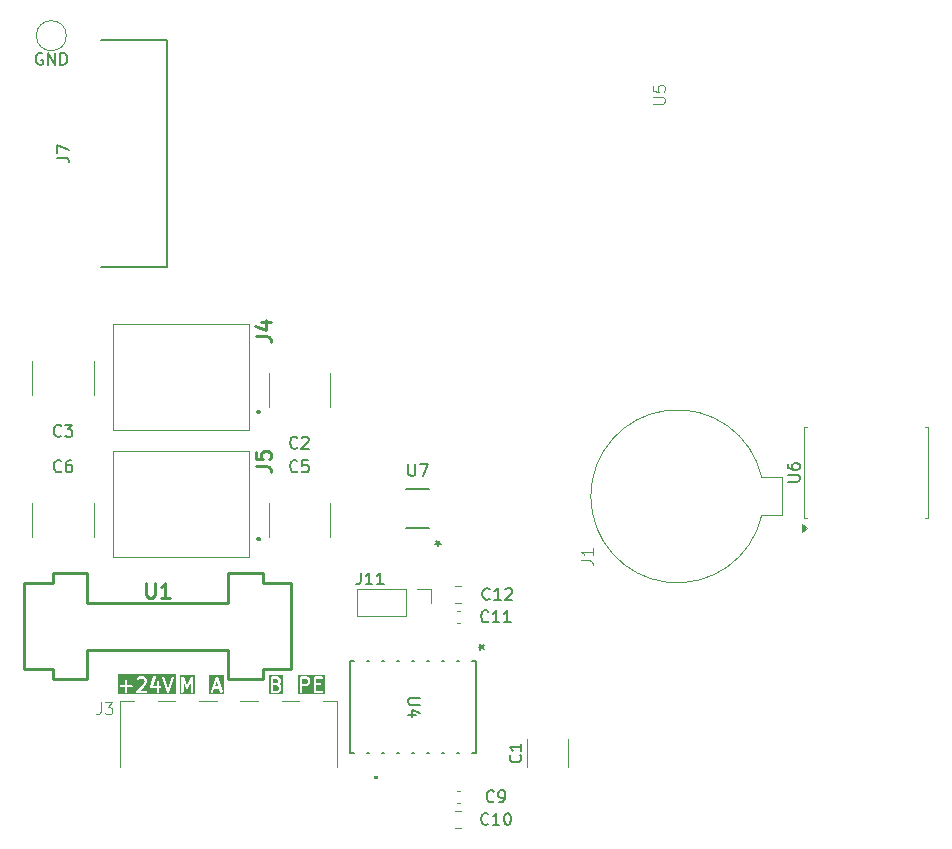
<source format=gbr>
%TF.GenerationSoftware,KiCad,Pcbnew,9.0.1*%
%TF.CreationDate,2025-05-24T14:12:46+03:00*%
%TF.ProjectId,PM-CPU_LLU,504d2d43-5055-45f4-9c4c-552e6b696361,rev?*%
%TF.SameCoordinates,Original*%
%TF.FileFunction,Legend,Top*%
%TF.FilePolarity,Positive*%
%FSLAX46Y46*%
G04 Gerber Fmt 4.6, Leading zero omitted, Abs format (unit mm)*
G04 Created by KiCad (PCBNEW 9.0.1) date 2025-05-24 14:12:46*
%MOMM*%
%LPD*%
G01*
G04 APERTURE LIST*
%ADD10C,0.200000*%
%ADD11C,0.150000*%
%ADD12C,0.100000*%
%ADD13C,0.254000*%
%ADD14C,0.152400*%
%ADD15C,0.120000*%
%ADD16C,0.000000*%
%ADD17C,0.300000*%
G04 APERTURE END LIST*
D10*
G36*
X-15344952Y-34484070D02*
G01*
X-15310758Y-34518263D01*
X-15271429Y-34596921D01*
X-15271429Y-34721134D01*
X-15310758Y-34799792D01*
X-15344952Y-34833985D01*
X-15423608Y-34873314D01*
X-15757143Y-34873314D01*
X-15757143Y-34444742D01*
X-15423608Y-34444742D01*
X-15344952Y-34484070D01*
G37*
G36*
X-13854303Y-35778075D02*
G01*
X-16090476Y-35778075D01*
X-16090476Y-34344742D01*
X-15957143Y-34344742D01*
X-15957143Y-35544742D01*
X-15955222Y-35564251D01*
X-15940290Y-35600299D01*
X-15912700Y-35627889D01*
X-15876652Y-35642821D01*
X-15837634Y-35642821D01*
X-15801586Y-35627889D01*
X-15773996Y-35600299D01*
X-15759064Y-35564251D01*
X-15757143Y-35544742D01*
X-15757143Y-35073314D01*
X-15400000Y-35073314D01*
X-15380491Y-35071393D01*
X-15377171Y-35070017D01*
X-15373587Y-35069763D01*
X-15355278Y-35062757D01*
X-15240993Y-35005613D01*
X-15232597Y-35000328D01*
X-15230158Y-34999318D01*
X-15227415Y-34997066D01*
X-15224403Y-34995171D01*
X-15222671Y-34993173D01*
X-15215004Y-34986882D01*
X-15157862Y-34929739D01*
X-15151570Y-34922072D01*
X-15149572Y-34920340D01*
X-15147679Y-34917331D01*
X-15145425Y-34914586D01*
X-15144415Y-34912145D01*
X-15139129Y-34903749D01*
X-15081986Y-34789463D01*
X-15074980Y-34771155D01*
X-15074726Y-34767571D01*
X-15073350Y-34764251D01*
X-15071429Y-34744742D01*
X-15071429Y-34573314D01*
X-15073350Y-34553805D01*
X-15074726Y-34550484D01*
X-15074980Y-34546901D01*
X-15081986Y-34528593D01*
X-15139129Y-34414307D01*
X-15144415Y-34405910D01*
X-15145425Y-34403470D01*
X-15147679Y-34400724D01*
X-15149572Y-34397716D01*
X-15151570Y-34395983D01*
X-15157862Y-34388317D01*
X-15201436Y-34344742D01*
X-14757143Y-34344742D01*
X-14757143Y-35544742D01*
X-14755222Y-35564251D01*
X-14740290Y-35600299D01*
X-14712700Y-35627889D01*
X-14676652Y-35642821D01*
X-14657143Y-35644742D01*
X-14085715Y-35644742D01*
X-14066206Y-35642821D01*
X-14030158Y-35627889D01*
X-14002568Y-35600299D01*
X-13987636Y-35564251D01*
X-13987636Y-35525233D01*
X-14002568Y-35489185D01*
X-14030158Y-35461595D01*
X-14066206Y-35446663D01*
X-14085715Y-35444742D01*
X-14557143Y-35444742D01*
X-14557143Y-35016171D01*
X-14257143Y-35016171D01*
X-14237634Y-35014250D01*
X-14201586Y-34999318D01*
X-14173996Y-34971728D01*
X-14159064Y-34935680D01*
X-14159064Y-34896662D01*
X-14173996Y-34860614D01*
X-14201586Y-34833024D01*
X-14237634Y-34818092D01*
X-14257143Y-34816171D01*
X-14557143Y-34816171D01*
X-14557143Y-34444742D01*
X-14085715Y-34444742D01*
X-14066206Y-34442821D01*
X-14030158Y-34427889D01*
X-14002568Y-34400299D01*
X-13987636Y-34364251D01*
X-13987636Y-34325233D01*
X-14002568Y-34289185D01*
X-14030158Y-34261595D01*
X-14066206Y-34246663D01*
X-14085715Y-34244742D01*
X-14657143Y-34244742D01*
X-14676652Y-34246663D01*
X-14712700Y-34261595D01*
X-14740290Y-34289185D01*
X-14755222Y-34325233D01*
X-14757143Y-34344742D01*
X-15201436Y-34344742D01*
X-15215004Y-34331174D01*
X-15222671Y-34324882D01*
X-15224403Y-34322885D01*
X-15227415Y-34320989D01*
X-15230158Y-34318738D01*
X-15232597Y-34317727D01*
X-15240993Y-34312443D01*
X-15355278Y-34255299D01*
X-15373587Y-34248293D01*
X-15377171Y-34248038D01*
X-15380491Y-34246663D01*
X-15400000Y-34244742D01*
X-15857143Y-34244742D01*
X-15876652Y-34246663D01*
X-15912700Y-34261595D01*
X-15940290Y-34289185D01*
X-15955222Y-34325233D01*
X-15957143Y-34344742D01*
X-16090476Y-34344742D01*
X-16090476Y-34111409D01*
X-13854303Y-34111409D01*
X-13854303Y-35778075D01*
G37*
G36*
X-22853028Y-35101885D02*
G01*
X-23146972Y-35101885D01*
X-23000000Y-34660969D01*
X-22853028Y-35101885D01*
G37*
G36*
X-22367452Y-35777290D02*
G01*
X-23632548Y-35777290D01*
X-23632548Y-35532235D01*
X-23499215Y-35532235D01*
X-23496449Y-35571155D01*
X-23478999Y-35606054D01*
X-23449523Y-35631619D01*
X-23412507Y-35643957D01*
X-23373587Y-35641191D01*
X-23338688Y-35623741D01*
X-23313123Y-35594265D01*
X-23305132Y-35576365D01*
X-23213639Y-35301885D01*
X-22786361Y-35301885D01*
X-22694868Y-35576365D01*
X-22686877Y-35594265D01*
X-22661312Y-35623741D01*
X-22626413Y-35641191D01*
X-22587493Y-35643957D01*
X-22550477Y-35631619D01*
X-22521001Y-35606053D01*
X-22503551Y-35571155D01*
X-22500785Y-35532234D01*
X-22505132Y-35513119D01*
X-22905132Y-34313119D01*
X-22913123Y-34295219D01*
X-22917808Y-34289818D01*
X-22921001Y-34283431D01*
X-22930471Y-34275217D01*
X-22938688Y-34265743D01*
X-22945078Y-34262548D01*
X-22950477Y-34257865D01*
X-22962375Y-34253899D01*
X-22973587Y-34248293D01*
X-22980715Y-34247786D01*
X-22987493Y-34245527D01*
X-23000000Y-34246415D01*
X-23012507Y-34245527D01*
X-23019286Y-34247786D01*
X-23026413Y-34248293D01*
X-23037626Y-34253899D01*
X-23049523Y-34257865D01*
X-23054923Y-34262548D01*
X-23061312Y-34265743D01*
X-23069528Y-34275214D01*
X-23078999Y-34283430D01*
X-23082194Y-34289819D01*
X-23086877Y-34295219D01*
X-23094868Y-34313119D01*
X-23494868Y-35513119D01*
X-23499215Y-35532235D01*
X-23632548Y-35532235D01*
X-23632548Y-34112194D01*
X-22367452Y-34112194D01*
X-22367452Y-35777290D01*
G37*
X-37761905Y18500162D02*
X-37857143Y18547781D01*
X-37857143Y18547781D02*
X-38000000Y18547781D01*
X-38000000Y18547781D02*
X-38142857Y18500162D01*
X-38142857Y18500162D02*
X-38238095Y18404924D01*
X-38238095Y18404924D02*
X-38285714Y18309686D01*
X-38285714Y18309686D02*
X-38333333Y18119210D01*
X-38333333Y18119210D02*
X-38333333Y17976353D01*
X-38333333Y17976353D02*
X-38285714Y17785877D01*
X-38285714Y17785877D02*
X-38238095Y17690639D01*
X-38238095Y17690639D02*
X-38142857Y17595400D01*
X-38142857Y17595400D02*
X-38000000Y17547781D01*
X-38000000Y17547781D02*
X-37904762Y17547781D01*
X-37904762Y17547781D02*
X-37761905Y17595400D01*
X-37761905Y17595400D02*
X-37714286Y17643020D01*
X-37714286Y17643020D02*
X-37714286Y17976353D01*
X-37714286Y17976353D02*
X-37904762Y17976353D01*
X-37285714Y17547781D02*
X-37285714Y18547781D01*
X-37285714Y18547781D02*
X-36714286Y17547781D01*
X-36714286Y17547781D02*
X-36714286Y18547781D01*
X-36238095Y17547781D02*
X-36238095Y18547781D01*
X-36238095Y18547781D02*
X-36000000Y18547781D01*
X-36000000Y18547781D02*
X-35857143Y18500162D01*
X-35857143Y18500162D02*
X-35761905Y18404924D01*
X-35761905Y18404924D02*
X-35714286Y18309686D01*
X-35714286Y18309686D02*
X-35666667Y18119210D01*
X-35666667Y18119210D02*
X-35666667Y17976353D01*
X-35666667Y17976353D02*
X-35714286Y17785877D01*
X-35714286Y17785877D02*
X-35761905Y17690639D01*
X-35761905Y17690639D02*
X-35857143Y17595400D01*
X-35857143Y17595400D02*
X-36000000Y17547781D01*
X-36000000Y17547781D02*
X-36238095Y17547781D01*
G36*
X-17796878Y-35060716D02*
G01*
X-17767902Y-35089691D01*
X-17728572Y-35168348D01*
X-17728572Y-35292563D01*
X-17767901Y-35371221D01*
X-17802095Y-35405414D01*
X-17880750Y-35444742D01*
X-18214286Y-35444742D01*
X-18214286Y-35016171D01*
X-17930513Y-35016171D01*
X-17796878Y-35060716D01*
G37*
G36*
X-17859236Y-34484070D02*
G01*
X-17825045Y-34518262D01*
X-17785715Y-34596921D01*
X-17785715Y-34663993D01*
X-17825045Y-34742651D01*
X-17859236Y-34776842D01*
X-17937893Y-34816171D01*
X-18214286Y-34816171D01*
X-18214286Y-34444742D01*
X-17937893Y-34444742D01*
X-17859236Y-34484070D01*
G37*
G36*
X-17395239Y-35778075D02*
G01*
X-18547619Y-35778075D01*
X-18547619Y-34344742D01*
X-18414286Y-34344742D01*
X-18414286Y-35544742D01*
X-18412365Y-35564251D01*
X-18397433Y-35600299D01*
X-18369843Y-35627889D01*
X-18333795Y-35642821D01*
X-18314286Y-35644742D01*
X-17857143Y-35644742D01*
X-17837634Y-35642821D01*
X-17834314Y-35641445D01*
X-17830730Y-35641191D01*
X-17812422Y-35634185D01*
X-17698137Y-35577043D01*
X-17689741Y-35571757D01*
X-17687301Y-35570747D01*
X-17684555Y-35568493D01*
X-17681547Y-35566600D01*
X-17679817Y-35564605D01*
X-17672147Y-35558311D01*
X-17615005Y-35501168D01*
X-17608713Y-35493501D01*
X-17606715Y-35491769D01*
X-17604822Y-35488760D01*
X-17602568Y-35486015D01*
X-17601558Y-35483574D01*
X-17596272Y-35475178D01*
X-17539129Y-35360892D01*
X-17532123Y-35342584D01*
X-17531869Y-35339000D01*
X-17530493Y-35335680D01*
X-17528572Y-35316171D01*
X-17528572Y-35144742D01*
X-17530493Y-35125233D01*
X-17531869Y-35121912D01*
X-17532123Y-35118329D01*
X-17539129Y-35100021D01*
X-17596272Y-34985735D01*
X-17601558Y-34977337D01*
X-17602568Y-34974899D01*
X-17604821Y-34972154D01*
X-17606715Y-34969145D01*
X-17608713Y-34967412D01*
X-17615005Y-34959746D01*
X-17672147Y-34902603D01*
X-17687301Y-34890167D01*
X-17689011Y-34889459D01*
X-17672146Y-34872595D01*
X-17665855Y-34864928D01*
X-17663858Y-34863197D01*
X-17661963Y-34860185D01*
X-17659710Y-34857441D01*
X-17658701Y-34855003D01*
X-17653415Y-34846607D01*
X-17596272Y-34732321D01*
X-17589266Y-34714013D01*
X-17589012Y-34710429D01*
X-17587636Y-34707109D01*
X-17585715Y-34687600D01*
X-17585715Y-34573314D01*
X-17587636Y-34553805D01*
X-17589012Y-34550484D01*
X-17589266Y-34546901D01*
X-17596272Y-34528593D01*
X-17653415Y-34414307D01*
X-17658700Y-34405910D01*
X-17659710Y-34403472D01*
X-17661964Y-34400726D01*
X-17663858Y-34397716D01*
X-17665855Y-34395984D01*
X-17672146Y-34388318D01*
X-17729289Y-34331175D01*
X-17736956Y-34324882D01*
X-17738688Y-34322885D01*
X-17741698Y-34320990D01*
X-17744442Y-34318738D01*
X-17746881Y-34317727D01*
X-17755278Y-34312442D01*
X-17869565Y-34255299D01*
X-17887873Y-34248293D01*
X-17891457Y-34248038D01*
X-17894777Y-34246663D01*
X-17914286Y-34244742D01*
X-18314286Y-34244742D01*
X-18333795Y-34246663D01*
X-18369843Y-34261595D01*
X-18397433Y-34289185D01*
X-18412365Y-34325233D01*
X-18414286Y-34344742D01*
X-18547619Y-34344742D01*
X-18547619Y-34111409D01*
X-17395239Y-34111409D01*
X-17395239Y-35778075D01*
G37*
G36*
X-26481738Y-35778075D02*
G01*
X-31345697Y-35778075D01*
X-31345697Y-35068091D01*
X-31212364Y-35068091D01*
X-31212364Y-35107109D01*
X-31197432Y-35143157D01*
X-31169842Y-35170747D01*
X-31133794Y-35185679D01*
X-31114285Y-35187600D01*
X-30757142Y-35187600D01*
X-30757142Y-35544742D01*
X-30755221Y-35564251D01*
X-30740289Y-35600299D01*
X-30712699Y-35627889D01*
X-30676651Y-35642821D01*
X-30637633Y-35642821D01*
X-30601585Y-35627889D01*
X-30573995Y-35600299D01*
X-30559063Y-35564251D01*
X-30557142Y-35544742D01*
X-30557142Y-35525233D01*
X-29840936Y-35525233D01*
X-29840936Y-35564251D01*
X-29826004Y-35600299D01*
X-29798414Y-35627889D01*
X-29762366Y-35642821D01*
X-29742857Y-35644742D01*
X-29000000Y-35644742D01*
X-28980491Y-35642821D01*
X-28944443Y-35627889D01*
X-28916853Y-35600299D01*
X-28901921Y-35564251D01*
X-28901921Y-35525233D01*
X-28916853Y-35489185D01*
X-28944443Y-35461595D01*
X-28980491Y-35446663D01*
X-29000000Y-35444742D01*
X-29501435Y-35444742D01*
X-29188928Y-35132235D01*
X-28642072Y-35132235D01*
X-28640936Y-35148219D01*
X-28640936Y-35164251D01*
X-28639561Y-35167571D01*
X-28639306Y-35171155D01*
X-28632139Y-35185490D01*
X-28626004Y-35200299D01*
X-28623464Y-35202839D01*
X-28621856Y-35206054D01*
X-28609745Y-35216558D01*
X-28598414Y-35227889D01*
X-28595096Y-35229263D01*
X-28592380Y-35231619D01*
X-28577171Y-35236688D01*
X-28562366Y-35242821D01*
X-28557266Y-35243323D01*
X-28555364Y-35243957D01*
X-28552731Y-35243769D01*
X-28542857Y-35244742D01*
X-28071428Y-35244742D01*
X-28071428Y-35544742D01*
X-28069507Y-35564251D01*
X-28054575Y-35600299D01*
X-28026985Y-35627889D01*
X-27990937Y-35642821D01*
X-27951919Y-35642821D01*
X-27915871Y-35627889D01*
X-27888281Y-35600299D01*
X-27873349Y-35564251D01*
X-27871428Y-35544742D01*
X-27871428Y-35244742D01*
X-27800000Y-35244742D01*
X-27780491Y-35242821D01*
X-27744443Y-35227889D01*
X-27716853Y-35200299D01*
X-27701921Y-35164251D01*
X-27701921Y-35125233D01*
X-27716853Y-35089185D01*
X-27744443Y-35061595D01*
X-27780491Y-35046663D01*
X-27800000Y-35044742D01*
X-27871428Y-35044742D01*
X-27871428Y-34744742D01*
X-27873349Y-34725233D01*
X-27888281Y-34689185D01*
X-27915871Y-34661595D01*
X-27951919Y-34646663D01*
X-27990937Y-34646663D01*
X-28026985Y-34661595D01*
X-28054575Y-34689185D01*
X-28069507Y-34725233D01*
X-28071428Y-34744742D01*
X-28071428Y-35044742D01*
X-28404115Y-35044742D01*
X-28174950Y-34357249D01*
X-27613501Y-34357249D01*
X-27609154Y-34376365D01*
X-27209154Y-35576365D01*
X-27201163Y-35594265D01*
X-27196480Y-35599664D01*
X-27193285Y-35606054D01*
X-27183814Y-35614269D01*
X-27175598Y-35623741D01*
X-27169209Y-35626935D01*
X-27163809Y-35631619D01*
X-27151912Y-35635584D01*
X-27140699Y-35641191D01*
X-27133572Y-35641697D01*
X-27126793Y-35643957D01*
X-27114286Y-35643068D01*
X-27101779Y-35643957D01*
X-27095001Y-35641697D01*
X-27087873Y-35641191D01*
X-27076661Y-35635584D01*
X-27064763Y-35631619D01*
X-27059364Y-35626935D01*
X-27052974Y-35623741D01*
X-27044757Y-35614266D01*
X-27035287Y-35606053D01*
X-27032094Y-35599665D01*
X-27027409Y-35594265D01*
X-27019418Y-35576365D01*
X-26619418Y-34376365D01*
X-26615071Y-34357250D01*
X-26617837Y-34318329D01*
X-26635287Y-34283431D01*
X-26664763Y-34257865D01*
X-26701779Y-34245527D01*
X-26740699Y-34248293D01*
X-26775598Y-34265743D01*
X-26801163Y-34295219D01*
X-26809154Y-34313119D01*
X-27114286Y-35228515D01*
X-27419418Y-34313119D01*
X-27427409Y-34295219D01*
X-27452974Y-34265743D01*
X-27487873Y-34248293D01*
X-27526793Y-34245527D01*
X-27563809Y-34257865D01*
X-27593285Y-34283430D01*
X-27610735Y-34318329D01*
X-27613501Y-34357249D01*
X-28174950Y-34357249D01*
X-28162275Y-34319223D01*
X-28157928Y-34300107D01*
X-28160694Y-34261187D01*
X-28178144Y-34226288D01*
X-28207620Y-34200723D01*
X-28244636Y-34188385D01*
X-28283556Y-34191151D01*
X-28318455Y-34208601D01*
X-28344020Y-34238077D01*
X-28352011Y-34255977D01*
X-28637725Y-35113119D01*
X-28639925Y-35122790D01*
X-28640936Y-35125233D01*
X-28640936Y-35127239D01*
X-28642072Y-35132235D01*
X-29188928Y-35132235D01*
X-28986432Y-34929739D01*
X-28973996Y-34914585D01*
X-28972622Y-34911266D01*
X-28970266Y-34908551D01*
X-28962275Y-34890651D01*
X-28905132Y-34719223D01*
X-28902933Y-34709550D01*
X-28901921Y-34707109D01*
X-28901573Y-34703571D01*
X-28900785Y-34700108D01*
X-28900973Y-34697473D01*
X-28900000Y-34687600D01*
X-28900000Y-34573314D01*
X-28901921Y-34553805D01*
X-28903297Y-34550484D01*
X-28903551Y-34546901D01*
X-28910557Y-34528593D01*
X-28967700Y-34414307D01*
X-28972985Y-34405910D01*
X-28973995Y-34403472D01*
X-28976249Y-34400726D01*
X-28978143Y-34397716D01*
X-28980140Y-34395984D01*
X-28986431Y-34388318D01*
X-29043574Y-34331175D01*
X-29051241Y-34324882D01*
X-29052973Y-34322885D01*
X-29055983Y-34320990D01*
X-29058727Y-34318738D01*
X-29061166Y-34317727D01*
X-29069563Y-34312442D01*
X-29183850Y-34255299D01*
X-29202158Y-34248293D01*
X-29205742Y-34248038D01*
X-29209062Y-34246663D01*
X-29228571Y-34244742D01*
X-29514285Y-34244742D01*
X-29533794Y-34246663D01*
X-29537115Y-34248038D01*
X-29540698Y-34248293D01*
X-29559006Y-34255299D01*
X-29673292Y-34312442D01*
X-29681689Y-34317727D01*
X-29684129Y-34318738D01*
X-29686875Y-34320991D01*
X-29689883Y-34322885D01*
X-29691616Y-34324882D01*
X-29699282Y-34331175D01*
X-29756425Y-34388317D01*
X-29768861Y-34403471D01*
X-29783793Y-34439519D01*
X-29783793Y-34478537D01*
X-29768861Y-34514585D01*
X-29741271Y-34542175D01*
X-29705223Y-34557107D01*
X-29666205Y-34557107D01*
X-29630157Y-34542175D01*
X-29615003Y-34529739D01*
X-29569336Y-34484070D01*
X-29490677Y-34444742D01*
X-29252178Y-34444742D01*
X-29173521Y-34484070D01*
X-29139330Y-34518262D01*
X-29100000Y-34596921D01*
X-29100000Y-34671372D01*
X-29144546Y-34805008D01*
X-29813568Y-35474031D01*
X-29826004Y-35489185D01*
X-29840936Y-35525233D01*
X-30557142Y-35525233D01*
X-30557142Y-35187600D01*
X-30199999Y-35187600D01*
X-30180490Y-35185679D01*
X-30144442Y-35170747D01*
X-30116852Y-35143157D01*
X-30101920Y-35107109D01*
X-30101920Y-35068091D01*
X-30116852Y-35032043D01*
X-30144442Y-35004453D01*
X-30180490Y-34989521D01*
X-30199999Y-34987600D01*
X-30557142Y-34987600D01*
X-30557142Y-34630457D01*
X-30559063Y-34610948D01*
X-30573995Y-34574900D01*
X-30601585Y-34547310D01*
X-30637633Y-34532378D01*
X-30676651Y-34532378D01*
X-30712699Y-34547310D01*
X-30740289Y-34574900D01*
X-30755221Y-34610948D01*
X-30757142Y-34630457D01*
X-30757142Y-34987600D01*
X-31114285Y-34987600D01*
X-31133794Y-34989521D01*
X-31169842Y-35004453D01*
X-31197432Y-35032043D01*
X-31212364Y-35068091D01*
X-31345697Y-35068091D01*
X-31345697Y-34055052D01*
X-26481738Y-34055052D01*
X-26481738Y-35778075D01*
G37*
G36*
X-24866667Y-35776154D02*
G01*
X-26133333Y-35776154D01*
X-26133333Y-34344742D01*
X-26000000Y-34344742D01*
X-26000000Y-35544742D01*
X-25998079Y-35564251D01*
X-25983147Y-35600299D01*
X-25955557Y-35627889D01*
X-25919509Y-35642821D01*
X-25880491Y-35642821D01*
X-25844443Y-35627889D01*
X-25816853Y-35600299D01*
X-25801921Y-35564251D01*
X-25800000Y-35544742D01*
X-25800000Y-34795498D01*
X-25590618Y-35244174D01*
X-25586386Y-35251319D01*
X-25585506Y-35253737D01*
X-25583941Y-35255446D01*
X-25580627Y-35261040D01*
X-25569417Y-35271306D01*
X-25559155Y-35282512D01*
X-25555130Y-35284390D01*
X-25551852Y-35287392D01*
X-25537570Y-35292585D01*
X-25523797Y-35299013D01*
X-25519358Y-35299208D01*
X-25515183Y-35300726D01*
X-25500000Y-35300058D01*
X-25484817Y-35300726D01*
X-25480644Y-35299208D01*
X-25476202Y-35299013D01*
X-25462418Y-35292580D01*
X-25448148Y-35287391D01*
X-25444875Y-35284393D01*
X-25440845Y-35282513D01*
X-25430576Y-35271298D01*
X-25419373Y-35261040D01*
X-25416062Y-35255449D01*
X-25414493Y-35253737D01*
X-25413613Y-35251315D01*
X-25409382Y-35244174D01*
X-25200000Y-34795497D01*
X-25200000Y-35544742D01*
X-25198079Y-35564251D01*
X-25183147Y-35600299D01*
X-25155557Y-35627889D01*
X-25119509Y-35642821D01*
X-25080491Y-35642821D01*
X-25044443Y-35627889D01*
X-25016853Y-35600299D01*
X-25001921Y-35564251D01*
X-25000000Y-35544742D01*
X-25000000Y-34344742D01*
X-25001263Y-34331918D01*
X-25001159Y-34329559D01*
X-25001620Y-34328291D01*
X-25001921Y-34325233D01*
X-25008562Y-34309202D01*
X-25014493Y-34292890D01*
X-25016000Y-34291244D01*
X-25016853Y-34289185D01*
X-25029115Y-34276923D01*
X-25040845Y-34264114D01*
X-25042869Y-34263169D01*
X-25044443Y-34261595D01*
X-25060459Y-34254960D01*
X-25076202Y-34247614D01*
X-25078432Y-34247516D01*
X-25080491Y-34246663D01*
X-25097843Y-34246663D01*
X-25115183Y-34245901D01*
X-25117279Y-34246663D01*
X-25119509Y-34246663D01*
X-25135540Y-34253303D01*
X-25151852Y-34259235D01*
X-25153498Y-34260741D01*
X-25155557Y-34261595D01*
X-25167825Y-34273862D01*
X-25180627Y-34285587D01*
X-25182194Y-34288231D01*
X-25183147Y-34289185D01*
X-25184051Y-34291366D01*
X-25190618Y-34302453D01*
X-25500001Y-34965414D01*
X-25809382Y-34302453D01*
X-25815950Y-34291366D01*
X-25816853Y-34289185D01*
X-25817807Y-34288231D01*
X-25819373Y-34285587D01*
X-25832170Y-34273868D01*
X-25844443Y-34261595D01*
X-25846505Y-34260741D01*
X-25848148Y-34259236D01*
X-25864450Y-34253307D01*
X-25880491Y-34246663D01*
X-25882722Y-34246663D01*
X-25884817Y-34245901D01*
X-25902157Y-34246663D01*
X-25919509Y-34246663D01*
X-25921569Y-34247516D01*
X-25923797Y-34247614D01*
X-25939528Y-34254955D01*
X-25955557Y-34261595D01*
X-25957134Y-34263171D01*
X-25959155Y-34264115D01*
X-25970874Y-34276911D01*
X-25983147Y-34289185D01*
X-25984001Y-34291246D01*
X-25985506Y-34292890D01*
X-25991435Y-34309191D01*
X-25998079Y-34325233D01*
X-25998381Y-34328291D01*
X-25998841Y-34329559D01*
X-25998738Y-34331918D01*
X-26000000Y-34344742D01*
X-26133333Y-34344742D01*
X-26133333Y-34112568D01*
X-24866667Y-34112568D01*
X-24866667Y-35776154D01*
G37*
D11*
X-6761905Y-16279819D02*
X-6761905Y-17089342D01*
X-6761905Y-17089342D02*
X-6714286Y-17184580D01*
X-6714286Y-17184580D02*
X-6666667Y-17232200D01*
X-6666667Y-17232200D02*
X-6571429Y-17279819D01*
X-6571429Y-17279819D02*
X-6380953Y-17279819D01*
X-6380953Y-17279819D02*
X-6285715Y-17232200D01*
X-6285715Y-17232200D02*
X-6238096Y-17184580D01*
X-6238096Y-17184580D02*
X-6190477Y-17089342D01*
X-6190477Y-17089342D02*
X-6190477Y-16279819D01*
X-5809524Y-16279819D02*
X-5142858Y-16279819D01*
X-5142858Y-16279819D02*
X-5571429Y-17279819D01*
X-4279151Y-23196980D02*
X-4279151Y-22958885D01*
X-4041056Y-23054123D02*
X-4279151Y-22958885D01*
X-4279151Y-22958885D02*
X-4517246Y-23054123D01*
X-4136294Y-22768409D02*
X-4279151Y-22958885D01*
X-4279151Y-22958885D02*
X-4422008Y-22768409D01*
D12*
X7837419Y-24413333D02*
X8551704Y-24413333D01*
X8551704Y-24413333D02*
X8694561Y-24460952D01*
X8694561Y-24460952D02*
X8789800Y-24556190D01*
X8789800Y-24556190D02*
X8837419Y-24699047D01*
X8837419Y-24699047D02*
X8837419Y-24794285D01*
X8837419Y-23413333D02*
X8837419Y-23984761D01*
X8837419Y-23699047D02*
X7837419Y-23699047D01*
X7837419Y-23699047D02*
X7980276Y-23794285D01*
X7980276Y-23794285D02*
X8075514Y-23889523D01*
X8075514Y-23889523D02*
X8123133Y-23984761D01*
D11*
X-36166667Y-13859580D02*
X-36214286Y-13907200D01*
X-36214286Y-13907200D02*
X-36357143Y-13954819D01*
X-36357143Y-13954819D02*
X-36452381Y-13954819D01*
X-36452381Y-13954819D02*
X-36595238Y-13907200D01*
X-36595238Y-13907200D02*
X-36690476Y-13811961D01*
X-36690476Y-13811961D02*
X-36738095Y-13716723D01*
X-36738095Y-13716723D02*
X-36785714Y-13526247D01*
X-36785714Y-13526247D02*
X-36785714Y-13383390D01*
X-36785714Y-13383390D02*
X-36738095Y-13192914D01*
X-36738095Y-13192914D02*
X-36690476Y-13097676D01*
X-36690476Y-13097676D02*
X-36595238Y-13002438D01*
X-36595238Y-13002438D02*
X-36452381Y-12954819D01*
X-36452381Y-12954819D02*
X-36357143Y-12954819D01*
X-36357143Y-12954819D02*
X-36214286Y-13002438D01*
X-36214286Y-13002438D02*
X-36166667Y-13050057D01*
X-35833333Y-12954819D02*
X-35214286Y-12954819D01*
X-35214286Y-12954819D02*
X-35547619Y-13335771D01*
X-35547619Y-13335771D02*
X-35404762Y-13335771D01*
X-35404762Y-13335771D02*
X-35309524Y-13383390D01*
X-35309524Y-13383390D02*
X-35261905Y-13431009D01*
X-35261905Y-13431009D02*
X-35214286Y-13526247D01*
X-35214286Y-13526247D02*
X-35214286Y-13764342D01*
X-35214286Y-13764342D02*
X-35261905Y-13859580D01*
X-35261905Y-13859580D02*
X-35309524Y-13907200D01*
X-35309524Y-13907200D02*
X-35404762Y-13954819D01*
X-35404762Y-13954819D02*
X-35690476Y-13954819D01*
X-35690476Y-13954819D02*
X-35785714Y-13907200D01*
X-35785714Y-13907200D02*
X-35833333Y-13859580D01*
D12*
X13957419Y14238096D02*
X14766942Y14238096D01*
X14766942Y14238096D02*
X14862180Y14285715D01*
X14862180Y14285715D02*
X14909800Y14333334D01*
X14909800Y14333334D02*
X14957419Y14428572D01*
X14957419Y14428572D02*
X14957419Y14619048D01*
X14957419Y14619048D02*
X14909800Y14714286D01*
X14909800Y14714286D02*
X14862180Y14761905D01*
X14862180Y14761905D02*
X14766942Y14809524D01*
X14766942Y14809524D02*
X13957419Y14809524D01*
X13957419Y15761905D02*
X13957419Y15285715D01*
X13957419Y15285715D02*
X14433609Y15238096D01*
X14433609Y15238096D02*
X14385990Y15285715D01*
X14385990Y15285715D02*
X14338371Y15380953D01*
X14338371Y15380953D02*
X14338371Y15619048D01*
X14338371Y15619048D02*
X14385990Y15714286D01*
X14385990Y15714286D02*
X14433609Y15761905D01*
X14433609Y15761905D02*
X14528847Y15809524D01*
X14528847Y15809524D02*
X14766942Y15809524D01*
X14766942Y15809524D02*
X14862180Y15761905D01*
X14862180Y15761905D02*
X14909800Y15714286D01*
X14909800Y15714286D02*
X14957419Y15619048D01*
X14957419Y15619048D02*
X14957419Y15380953D01*
X14957419Y15380953D02*
X14909800Y15285715D01*
X14909800Y15285715D02*
X14862180Y15238096D01*
D11*
X-36166667Y-16859580D02*
X-36214286Y-16907200D01*
X-36214286Y-16907200D02*
X-36357143Y-16954819D01*
X-36357143Y-16954819D02*
X-36452381Y-16954819D01*
X-36452381Y-16954819D02*
X-36595238Y-16907200D01*
X-36595238Y-16907200D02*
X-36690476Y-16811961D01*
X-36690476Y-16811961D02*
X-36738095Y-16716723D01*
X-36738095Y-16716723D02*
X-36785714Y-16526247D01*
X-36785714Y-16526247D02*
X-36785714Y-16383390D01*
X-36785714Y-16383390D02*
X-36738095Y-16192914D01*
X-36738095Y-16192914D02*
X-36690476Y-16097676D01*
X-36690476Y-16097676D02*
X-36595238Y-16002438D01*
X-36595238Y-16002438D02*
X-36452381Y-15954819D01*
X-36452381Y-15954819D02*
X-36357143Y-15954819D01*
X-36357143Y-15954819D02*
X-36214286Y-16002438D01*
X-36214286Y-16002438D02*
X-36166667Y-16050057D01*
X-35309524Y-15954819D02*
X-35500000Y-15954819D01*
X-35500000Y-15954819D02*
X-35595238Y-16002438D01*
X-35595238Y-16002438D02*
X-35642857Y-16050057D01*
X-35642857Y-16050057D02*
X-35738095Y-16192914D01*
X-35738095Y-16192914D02*
X-35785714Y-16383390D01*
X-35785714Y-16383390D02*
X-35785714Y-16764342D01*
X-35785714Y-16764342D02*
X-35738095Y-16859580D01*
X-35738095Y-16859580D02*
X-35690476Y-16907200D01*
X-35690476Y-16907200D02*
X-35595238Y-16954819D01*
X-35595238Y-16954819D02*
X-35404762Y-16954819D01*
X-35404762Y-16954819D02*
X-35309524Y-16907200D01*
X-35309524Y-16907200D02*
X-35261905Y-16859580D01*
X-35261905Y-16859580D02*
X-35214286Y-16764342D01*
X-35214286Y-16764342D02*
X-35214286Y-16526247D01*
X-35214286Y-16526247D02*
X-35261905Y-16431009D01*
X-35261905Y-16431009D02*
X-35309524Y-16383390D01*
X-35309524Y-16383390D02*
X-35404762Y-16335771D01*
X-35404762Y-16335771D02*
X-35595238Y-16335771D01*
X-35595238Y-16335771D02*
X-35690476Y-16383390D01*
X-35690476Y-16383390D02*
X-35738095Y-16431009D01*
X-35738095Y-16431009D02*
X-35785714Y-16526247D01*
X2709580Y-40916666D02*
X2757200Y-40964285D01*
X2757200Y-40964285D02*
X2804819Y-41107142D01*
X2804819Y-41107142D02*
X2804819Y-41202380D01*
X2804819Y-41202380D02*
X2757200Y-41345237D01*
X2757200Y-41345237D02*
X2661961Y-41440475D01*
X2661961Y-41440475D02*
X2566723Y-41488094D01*
X2566723Y-41488094D02*
X2376247Y-41535713D01*
X2376247Y-41535713D02*
X2233390Y-41535713D01*
X2233390Y-41535713D02*
X2042914Y-41488094D01*
X2042914Y-41488094D02*
X1947676Y-41440475D01*
X1947676Y-41440475D02*
X1852438Y-41345237D01*
X1852438Y-41345237D02*
X1804819Y-41202380D01*
X1804819Y-41202380D02*
X1804819Y-41107142D01*
X1804819Y-41107142D02*
X1852438Y-40964285D01*
X1852438Y-40964285D02*
X1900057Y-40916666D01*
X2804819Y-39964285D02*
X2804819Y-40535713D01*
X2804819Y-40249999D02*
X1804819Y-40249999D01*
X1804819Y-40249999D02*
X1947676Y-40345237D01*
X1947676Y-40345237D02*
X2042914Y-40440475D01*
X2042914Y-40440475D02*
X2090533Y-40535713D01*
X-5804820Y-36068095D02*
X-6614343Y-36068095D01*
X-6614343Y-36068095D02*
X-6709581Y-36115714D01*
X-6709581Y-36115714D02*
X-6757200Y-36163333D01*
X-6757200Y-36163333D02*
X-6804820Y-36258571D01*
X-6804820Y-36258571D02*
X-6804820Y-36449047D01*
X-6804820Y-36449047D02*
X-6757200Y-36544285D01*
X-6757200Y-36544285D02*
X-6709581Y-36591904D01*
X-6709581Y-36591904D02*
X-6614343Y-36639523D01*
X-6614343Y-36639523D02*
X-5804820Y-36639523D01*
X-6138153Y-37544285D02*
X-6804820Y-37544285D01*
X-5757200Y-37306190D02*
X-6471486Y-37068095D01*
X-6471486Y-37068095D02*
X-6471486Y-37687142D01*
X-824581Y-31749999D02*
X-586486Y-31749999D01*
X-681724Y-31988094D02*
X-586486Y-31749999D01*
X-586486Y-31749999D02*
X-681724Y-31511904D01*
X-396010Y-31892856D02*
X-586486Y-31749999D01*
X-586486Y-31749999D02*
X-396010Y-31607142D01*
D13*
X-19695682Y-16423332D02*
X-18788539Y-16423332D01*
X-18788539Y-16423332D02*
X-18607111Y-16483809D01*
X-18607111Y-16483809D02*
X-18486158Y-16604761D01*
X-18486158Y-16604761D02*
X-18425682Y-16786190D01*
X-18425682Y-16786190D02*
X-18425682Y-16907142D01*
X-19695682Y-15213809D02*
X-19695682Y-15818571D01*
X-19695682Y-15818571D02*
X-19090920Y-15879047D01*
X-19090920Y-15879047D02*
X-19151397Y-15818571D01*
X-19151397Y-15818571D02*
X-19211873Y-15697618D01*
X-19211873Y-15697618D02*
X-19211873Y-15395237D01*
X-19211873Y-15395237D02*
X-19151397Y-15274285D01*
X-19151397Y-15274285D02*
X-19090920Y-15213809D01*
X-19090920Y-15213809D02*
X-18969968Y-15153332D01*
X-18969968Y-15153332D02*
X-18667587Y-15153332D01*
X-18667587Y-15153332D02*
X-18546635Y-15213809D01*
X-18546635Y-15213809D02*
X-18486158Y-15274285D01*
X-18486158Y-15274285D02*
X-18425682Y-15395237D01*
X-18425682Y-15395237D02*
X-18425682Y-15697618D01*
X-18425682Y-15697618D02*
X-18486158Y-15818571D01*
X-18486158Y-15818571D02*
X-18546635Y-15879047D01*
D11*
X-36545181Y9666667D02*
X-35830896Y9666667D01*
X-35830896Y9666667D02*
X-35688039Y9619048D01*
X-35688039Y9619048D02*
X-35592800Y9523810D01*
X-35592800Y9523810D02*
X-35545181Y9380953D01*
X-35545181Y9380953D02*
X-35545181Y9285715D01*
X-36545181Y10047620D02*
X-36545181Y10714286D01*
X-36545181Y10714286D02*
X-35545181Y10285715D01*
X-10809524Y-25454819D02*
X-10809524Y-26169104D01*
X-10809524Y-26169104D02*
X-10857143Y-26311961D01*
X-10857143Y-26311961D02*
X-10952381Y-26407200D01*
X-10952381Y-26407200D02*
X-11095238Y-26454819D01*
X-11095238Y-26454819D02*
X-11190476Y-26454819D01*
X-9809524Y-26454819D02*
X-10380952Y-26454819D01*
X-10095238Y-26454819D02*
X-10095238Y-25454819D01*
X-10095238Y-25454819D02*
X-10190476Y-25597676D01*
X-10190476Y-25597676D02*
X-10285714Y-25692914D01*
X-10285714Y-25692914D02*
X-10380952Y-25740533D01*
X-8857143Y-26454819D02*
X-9428571Y-26454819D01*
X-9142857Y-26454819D02*
X-9142857Y-25454819D01*
X-9142857Y-25454819D02*
X-9238095Y-25597676D01*
X-9238095Y-25597676D02*
X-9333333Y-25692914D01*
X-9333333Y-25692914D02*
X-9428571Y-25740533D01*
X-7858Y-46714580D02*
X-55477Y-46762200D01*
X-55477Y-46762200D02*
X-198334Y-46809819D01*
X-198334Y-46809819D02*
X-293572Y-46809819D01*
X-293572Y-46809819D02*
X-436429Y-46762200D01*
X-436429Y-46762200D02*
X-531667Y-46666961D01*
X-531667Y-46666961D02*
X-579286Y-46571723D01*
X-579286Y-46571723D02*
X-626905Y-46381247D01*
X-626905Y-46381247D02*
X-626905Y-46238390D01*
X-626905Y-46238390D02*
X-579286Y-46047914D01*
X-579286Y-46047914D02*
X-531667Y-45952676D01*
X-531667Y-45952676D02*
X-436429Y-45857438D01*
X-436429Y-45857438D02*
X-293572Y-45809819D01*
X-293572Y-45809819D02*
X-198334Y-45809819D01*
X-198334Y-45809819D02*
X-55477Y-45857438D01*
X-55477Y-45857438D02*
X-7858Y-45905057D01*
X944523Y-46809819D02*
X373095Y-46809819D01*
X658809Y-46809819D02*
X658809Y-45809819D01*
X658809Y-45809819D02*
X563571Y-45952676D01*
X563571Y-45952676D02*
X468333Y-46047914D01*
X468333Y-46047914D02*
X373095Y-46095533D01*
X1563571Y-45809819D02*
X1658809Y-45809819D01*
X1658809Y-45809819D02*
X1754047Y-45857438D01*
X1754047Y-45857438D02*
X1801666Y-45905057D01*
X1801666Y-45905057D02*
X1849285Y-46000295D01*
X1849285Y-46000295D02*
X1896904Y-46190771D01*
X1896904Y-46190771D02*
X1896904Y-46428866D01*
X1896904Y-46428866D02*
X1849285Y-46619342D01*
X1849285Y-46619342D02*
X1801666Y-46714580D01*
X1801666Y-46714580D02*
X1754047Y-46762200D01*
X1754047Y-46762200D02*
X1658809Y-46809819D01*
X1658809Y-46809819D02*
X1563571Y-46809819D01*
X1563571Y-46809819D02*
X1468333Y-46762200D01*
X1468333Y-46762200D02*
X1420714Y-46714580D01*
X1420714Y-46714580D02*
X1373095Y-46619342D01*
X1373095Y-46619342D02*
X1325476Y-46428866D01*
X1325476Y-46428866D02*
X1325476Y-46190771D01*
X1325476Y-46190771D02*
X1373095Y-46000295D01*
X1373095Y-46000295D02*
X1420714Y-45905057D01*
X1420714Y-45905057D02*
X1468333Y-45857438D01*
X1468333Y-45857438D02*
X1563571Y-45809819D01*
X119142Y-27664580D02*
X71523Y-27712200D01*
X71523Y-27712200D02*
X-71334Y-27759819D01*
X-71334Y-27759819D02*
X-166572Y-27759819D01*
X-166572Y-27759819D02*
X-309429Y-27712200D01*
X-309429Y-27712200D02*
X-404667Y-27616961D01*
X-404667Y-27616961D02*
X-452286Y-27521723D01*
X-452286Y-27521723D02*
X-499905Y-27331247D01*
X-499905Y-27331247D02*
X-499905Y-27188390D01*
X-499905Y-27188390D02*
X-452286Y-26997914D01*
X-452286Y-26997914D02*
X-404667Y-26902676D01*
X-404667Y-26902676D02*
X-309429Y-26807438D01*
X-309429Y-26807438D02*
X-166572Y-26759819D01*
X-166572Y-26759819D02*
X-71334Y-26759819D01*
X-71334Y-26759819D02*
X71523Y-26807438D01*
X71523Y-26807438D02*
X119142Y-26855057D01*
X1071523Y-27759819D02*
X500095Y-27759819D01*
X785809Y-27759819D02*
X785809Y-26759819D01*
X785809Y-26759819D02*
X690571Y-26902676D01*
X690571Y-26902676D02*
X595333Y-26997914D01*
X595333Y-26997914D02*
X500095Y-27045533D01*
X1452476Y-26855057D02*
X1500095Y-26807438D01*
X1500095Y-26807438D02*
X1595333Y-26759819D01*
X1595333Y-26759819D02*
X1833428Y-26759819D01*
X1833428Y-26759819D02*
X1928666Y-26807438D01*
X1928666Y-26807438D02*
X1976285Y-26855057D01*
X1976285Y-26855057D02*
X2023904Y-26950295D01*
X2023904Y-26950295D02*
X2023904Y-27045533D01*
X2023904Y-27045533D02*
X1976285Y-27188390D01*
X1976285Y-27188390D02*
X1404857Y-27759819D01*
X1404857Y-27759819D02*
X2023904Y-27759819D01*
D13*
X-19695682Y-5423332D02*
X-18788539Y-5423332D01*
X-18788539Y-5423332D02*
X-18607111Y-5483809D01*
X-18607111Y-5483809D02*
X-18486158Y-5604761D01*
X-18486158Y-5604761D02*
X-18425682Y-5786190D01*
X-18425682Y-5786190D02*
X-18425682Y-5907142D01*
X-19272349Y-4274285D02*
X-18425682Y-4274285D01*
X-19756158Y-4576666D02*
X-18849016Y-4879047D01*
X-18849016Y-4879047D02*
X-18849016Y-4092856D01*
D11*
X468333Y-44809580D02*
X420714Y-44857200D01*
X420714Y-44857200D02*
X277857Y-44904819D01*
X277857Y-44904819D02*
X182619Y-44904819D01*
X182619Y-44904819D02*
X39762Y-44857200D01*
X39762Y-44857200D02*
X-55476Y-44761961D01*
X-55476Y-44761961D02*
X-103095Y-44666723D01*
X-103095Y-44666723D02*
X-150714Y-44476247D01*
X-150714Y-44476247D02*
X-150714Y-44333390D01*
X-150714Y-44333390D02*
X-103095Y-44142914D01*
X-103095Y-44142914D02*
X-55476Y-44047676D01*
X-55476Y-44047676D02*
X39762Y-43952438D01*
X39762Y-43952438D02*
X182619Y-43904819D01*
X182619Y-43904819D02*
X277857Y-43904819D01*
X277857Y-43904819D02*
X420714Y-43952438D01*
X420714Y-43952438D02*
X468333Y-44000057D01*
X944524Y-44904819D02*
X1135000Y-44904819D01*
X1135000Y-44904819D02*
X1230238Y-44857200D01*
X1230238Y-44857200D02*
X1277857Y-44809580D01*
X1277857Y-44809580D02*
X1373095Y-44666723D01*
X1373095Y-44666723D02*
X1420714Y-44476247D01*
X1420714Y-44476247D02*
X1420714Y-44095295D01*
X1420714Y-44095295D02*
X1373095Y-44000057D01*
X1373095Y-44000057D02*
X1325476Y-43952438D01*
X1325476Y-43952438D02*
X1230238Y-43904819D01*
X1230238Y-43904819D02*
X1039762Y-43904819D01*
X1039762Y-43904819D02*
X944524Y-43952438D01*
X944524Y-43952438D02*
X896905Y-44000057D01*
X896905Y-44000057D02*
X849286Y-44095295D01*
X849286Y-44095295D02*
X849286Y-44333390D01*
X849286Y-44333390D02*
X896905Y-44428628D01*
X896905Y-44428628D02*
X944524Y-44476247D01*
X944524Y-44476247D02*
X1039762Y-44523866D01*
X1039762Y-44523866D02*
X1230238Y-44523866D01*
X1230238Y-44523866D02*
X1325476Y-44476247D01*
X1325476Y-44476247D02*
X1373095Y-44428628D01*
X1373095Y-44428628D02*
X1420714Y-44333390D01*
X-16166667Y-16859580D02*
X-16214286Y-16907200D01*
X-16214286Y-16907200D02*
X-16357143Y-16954819D01*
X-16357143Y-16954819D02*
X-16452381Y-16954819D01*
X-16452381Y-16954819D02*
X-16595238Y-16907200D01*
X-16595238Y-16907200D02*
X-16690476Y-16811961D01*
X-16690476Y-16811961D02*
X-16738095Y-16716723D01*
X-16738095Y-16716723D02*
X-16785714Y-16526247D01*
X-16785714Y-16526247D02*
X-16785714Y-16383390D01*
X-16785714Y-16383390D02*
X-16738095Y-16192914D01*
X-16738095Y-16192914D02*
X-16690476Y-16097676D01*
X-16690476Y-16097676D02*
X-16595238Y-16002438D01*
X-16595238Y-16002438D02*
X-16452381Y-15954819D01*
X-16452381Y-15954819D02*
X-16357143Y-15954819D01*
X-16357143Y-15954819D02*
X-16214286Y-16002438D01*
X-16214286Y-16002438D02*
X-16166667Y-16050057D01*
X-15261905Y-15954819D02*
X-15738095Y-15954819D01*
X-15738095Y-15954819D02*
X-15785714Y-16431009D01*
X-15785714Y-16431009D02*
X-15738095Y-16383390D01*
X-15738095Y-16383390D02*
X-15642857Y-16335771D01*
X-15642857Y-16335771D02*
X-15404762Y-16335771D01*
X-15404762Y-16335771D02*
X-15309524Y-16383390D01*
X-15309524Y-16383390D02*
X-15261905Y-16431009D01*
X-15261905Y-16431009D02*
X-15214286Y-16526247D01*
X-15214286Y-16526247D02*
X-15214286Y-16764342D01*
X-15214286Y-16764342D02*
X-15261905Y-16859580D01*
X-15261905Y-16859580D02*
X-15309524Y-16907200D01*
X-15309524Y-16907200D02*
X-15404762Y-16954819D01*
X-15404762Y-16954819D02*
X-15642857Y-16954819D01*
X-15642857Y-16954819D02*
X-15738095Y-16907200D01*
X-15738095Y-16907200D02*
X-15785714Y-16859580D01*
X-16166667Y-14859580D02*
X-16214286Y-14907200D01*
X-16214286Y-14907200D02*
X-16357143Y-14954819D01*
X-16357143Y-14954819D02*
X-16452381Y-14954819D01*
X-16452381Y-14954819D02*
X-16595238Y-14907200D01*
X-16595238Y-14907200D02*
X-16690476Y-14811961D01*
X-16690476Y-14811961D02*
X-16738095Y-14716723D01*
X-16738095Y-14716723D02*
X-16785714Y-14526247D01*
X-16785714Y-14526247D02*
X-16785714Y-14383390D01*
X-16785714Y-14383390D02*
X-16738095Y-14192914D01*
X-16738095Y-14192914D02*
X-16690476Y-14097676D01*
X-16690476Y-14097676D02*
X-16595238Y-14002438D01*
X-16595238Y-14002438D02*
X-16452381Y-13954819D01*
X-16452381Y-13954819D02*
X-16357143Y-13954819D01*
X-16357143Y-13954819D02*
X-16214286Y-14002438D01*
X-16214286Y-14002438D02*
X-16166667Y-14050057D01*
X-15785714Y-14050057D02*
X-15738095Y-14002438D01*
X-15738095Y-14002438D02*
X-15642857Y-13954819D01*
X-15642857Y-13954819D02*
X-15404762Y-13954819D01*
X-15404762Y-13954819D02*
X-15309524Y-14002438D01*
X-15309524Y-14002438D02*
X-15261905Y-14050057D01*
X-15261905Y-14050057D02*
X-15214286Y-14145295D01*
X-15214286Y-14145295D02*
X-15214286Y-14240533D01*
X-15214286Y-14240533D02*
X-15261905Y-14383390D01*
X-15261905Y-14383390D02*
X-15833333Y-14954819D01*
X-15833333Y-14954819D02*
X-15214286Y-14954819D01*
X25354819Y-17761904D02*
X26164342Y-17761904D01*
X26164342Y-17761904D02*
X26259580Y-17714285D01*
X26259580Y-17714285D02*
X26307200Y-17666666D01*
X26307200Y-17666666D02*
X26354819Y-17571428D01*
X26354819Y-17571428D02*
X26354819Y-17380952D01*
X26354819Y-17380952D02*
X26307200Y-17285714D01*
X26307200Y-17285714D02*
X26259580Y-17238095D01*
X26259580Y-17238095D02*
X26164342Y-17190476D01*
X26164342Y-17190476D02*
X25354819Y-17190476D01*
X25354819Y-16285714D02*
X25354819Y-16476190D01*
X25354819Y-16476190D02*
X25402438Y-16571428D01*
X25402438Y-16571428D02*
X25450057Y-16619047D01*
X25450057Y-16619047D02*
X25592914Y-16714285D01*
X25592914Y-16714285D02*
X25783390Y-16761904D01*
X25783390Y-16761904D02*
X26164342Y-16761904D01*
X26164342Y-16761904D02*
X26259580Y-16714285D01*
X26259580Y-16714285D02*
X26307200Y-16666666D01*
X26307200Y-16666666D02*
X26354819Y-16571428D01*
X26354819Y-16571428D02*
X26354819Y-16380952D01*
X26354819Y-16380952D02*
X26307200Y-16285714D01*
X26307200Y-16285714D02*
X26259580Y-16238095D01*
X26259580Y-16238095D02*
X26164342Y-16190476D01*
X26164342Y-16190476D02*
X25926247Y-16190476D01*
X25926247Y-16190476D02*
X25831009Y-16238095D01*
X25831009Y-16238095D02*
X25783390Y-16285714D01*
X25783390Y-16285714D02*
X25735771Y-16380952D01*
X25735771Y-16380952D02*
X25735771Y-16571428D01*
X25735771Y-16571428D02*
X25783390Y-16666666D01*
X25783390Y-16666666D02*
X25831009Y-16714285D01*
X25831009Y-16714285D02*
X25926247Y-16761904D01*
D12*
X-32833334Y-36457419D02*
X-32833334Y-37171704D01*
X-32833334Y-37171704D02*
X-32880953Y-37314561D01*
X-32880953Y-37314561D02*
X-32976191Y-37409800D01*
X-32976191Y-37409800D02*
X-33119048Y-37457419D01*
X-33119048Y-37457419D02*
X-33214286Y-37457419D01*
X-32452381Y-36457419D02*
X-31833334Y-36457419D01*
X-31833334Y-36457419D02*
X-32166667Y-36838371D01*
X-32166667Y-36838371D02*
X-32023810Y-36838371D01*
X-32023810Y-36838371D02*
X-31928572Y-36885990D01*
X-31928572Y-36885990D02*
X-31880953Y-36933609D01*
X-31880953Y-36933609D02*
X-31833334Y-37028847D01*
X-31833334Y-37028847D02*
X-31833334Y-37266942D01*
X-31833334Y-37266942D02*
X-31880953Y-37362180D01*
X-31880953Y-37362180D02*
X-31928572Y-37409800D01*
X-31928572Y-37409800D02*
X-32023810Y-37457419D01*
X-32023810Y-37457419D02*
X-32309524Y-37457419D01*
X-32309524Y-37457419D02*
X-32404762Y-37409800D01*
X-32404762Y-37409800D02*
X-32452381Y-37362180D01*
D11*
X-7858Y-29569580D02*
X-55477Y-29617200D01*
X-55477Y-29617200D02*
X-198334Y-29664819D01*
X-198334Y-29664819D02*
X-293572Y-29664819D01*
X-293572Y-29664819D02*
X-436429Y-29617200D01*
X-436429Y-29617200D02*
X-531667Y-29521961D01*
X-531667Y-29521961D02*
X-579286Y-29426723D01*
X-579286Y-29426723D02*
X-626905Y-29236247D01*
X-626905Y-29236247D02*
X-626905Y-29093390D01*
X-626905Y-29093390D02*
X-579286Y-28902914D01*
X-579286Y-28902914D02*
X-531667Y-28807676D01*
X-531667Y-28807676D02*
X-436429Y-28712438D01*
X-436429Y-28712438D02*
X-293572Y-28664819D01*
X-293572Y-28664819D02*
X-198334Y-28664819D01*
X-198334Y-28664819D02*
X-55477Y-28712438D01*
X-55477Y-28712438D02*
X-7858Y-28760057D01*
X944523Y-29664819D02*
X373095Y-29664819D01*
X658809Y-29664819D02*
X658809Y-28664819D01*
X658809Y-28664819D02*
X563571Y-28807676D01*
X563571Y-28807676D02*
X468333Y-28902914D01*
X468333Y-28902914D02*
X373095Y-28950533D01*
X1896904Y-29664819D02*
X1325476Y-29664819D01*
X1611190Y-29664819D02*
X1611190Y-28664819D01*
X1611190Y-28664819D02*
X1515952Y-28807676D01*
X1515952Y-28807676D02*
X1420714Y-28902914D01*
X1420714Y-28902914D02*
X1325476Y-28950533D01*
D13*
X-28967620Y-26304318D02*
X-28967620Y-27332413D01*
X-28967620Y-27332413D02*
X-28907143Y-27453365D01*
X-28907143Y-27453365D02*
X-28846667Y-27513842D01*
X-28846667Y-27513842D02*
X-28725715Y-27574318D01*
X-28725715Y-27574318D02*
X-28483810Y-27574318D01*
X-28483810Y-27574318D02*
X-28362858Y-27513842D01*
X-28362858Y-27513842D02*
X-28302381Y-27453365D01*
X-28302381Y-27453365D02*
X-28241905Y-27332413D01*
X-28241905Y-27332413D02*
X-28241905Y-26304318D01*
X-26971905Y-27574318D02*
X-27697620Y-27574318D01*
X-27334763Y-27574318D02*
X-27334763Y-26304318D01*
X-27334763Y-26304318D02*
X-27455715Y-26485746D01*
X-27455715Y-26485746D02*
X-27576667Y-26606699D01*
X-27576667Y-26606699D02*
X-27697620Y-26667175D01*
D14*
%TO.C,U7*%
X-7003300Y-21651000D02*
X-4996700Y-21651000D01*
X-4996700Y-18349000D02*
X-7003300Y-18349000D01*
D12*
%TO.C,J1*%
X23150000Y-20600000D02*
X24850000Y-20600000D01*
X24850000Y-17400000D02*
X23150000Y-17400000D01*
X24850000Y-20600000D02*
X24850000Y-17400000D01*
X23150000Y-20600000D02*
G75*
G02*
X23150000Y-17400000I-7150000J1600000D01*
G01*
D15*
%TO.C,C3*%
X-38610000Y-10415748D02*
X-38610000Y-7584252D01*
X-33390000Y-10415748D02*
X-33390000Y-7584252D01*
%TO.C,C6*%
X-38610000Y-22415748D02*
X-38610000Y-19584252D01*
X-33390000Y-22415748D02*
X-33390000Y-19584252D01*
%TO.C,C1*%
X3290000Y-41911252D02*
X3290000Y-39588748D01*
X6710000Y-41911252D02*
X6710000Y-39588748D01*
D14*
%TO.C,U4*%
X-11671300Y-32905700D02*
X-11671300Y-40754300D01*
X-11671300Y-40754300D02*
X-11343850Y-40754300D01*
X-11343850Y-32905700D02*
X-11671300Y-32905700D01*
X-10246150Y-40754300D02*
X-10073850Y-40754300D01*
X-10073850Y-32905700D02*
X-10246150Y-32905700D01*
X-8976150Y-40754300D02*
X-8803850Y-40754300D01*
X-8803850Y-32905700D02*
X-8976150Y-32905700D01*
X-7706150Y-40754300D02*
X-7533850Y-40754300D01*
X-7533850Y-32905700D02*
X-7706150Y-32905700D01*
X-6436150Y-40754300D02*
X-6263850Y-40754300D01*
X-6263850Y-32905700D02*
X-6436150Y-32905700D01*
X-5166150Y-40754300D02*
X-4993850Y-40754300D01*
X-4993850Y-32905700D02*
X-5166150Y-32905700D01*
X-3896150Y-40754300D02*
X-3723850Y-40754300D01*
X-3723850Y-32905700D02*
X-3896150Y-32905700D01*
X-2626150Y-40754300D02*
X-2453850Y-40754300D01*
X-2453850Y-32905700D02*
X-2626150Y-32905700D01*
X-1356150Y-40754300D02*
X-1028700Y-40754300D01*
X-1028700Y-32905700D02*
X-1356150Y-32905700D01*
X-1028700Y-40754300D02*
X-1028700Y-32905700D01*
D16*
G36*
X-9334500Y-42938700D02*
G01*
X-9715500Y-42938700D01*
X-9715500Y-42684700D01*
X-9334500Y-42684700D01*
X-9334500Y-42938700D01*
G37*
D12*
%TO.C,J5*%
X-31750000Y-15150000D02*
X-20250000Y-15150000D01*
X-31750000Y-24150000D02*
X-31750000Y-15150000D01*
X-20250000Y-15150000D02*
X-20250000Y-24150000D01*
X-20250000Y-24150000D02*
X-31750000Y-24150000D01*
D17*
X-19500000Y-22650000D02*
X-19500000Y-22650000D01*
X-19400000Y-22650000D02*
X-19400000Y-22650000D01*
X-19500000Y-22650000D02*
G75*
G02*
X-19400000Y-22650000I50000J0D01*
G01*
X-19400000Y-22650000D02*
G75*
G02*
X-19500000Y-22650000I-50000J0D01*
G01*
D14*
%TO.C,J7*%
X-32781300Y376699D02*
X-27218700Y376699D01*
X-27218700Y19623301D02*
X-32781300Y19623301D01*
X-27218700Y376699D02*
X-27218700Y19623301D01*
D15*
%TO.C,J11*%
X-11110000Y-26890000D02*
X-11110000Y-29110000D01*
X-7000000Y-26890000D02*
X-11110000Y-26890000D01*
X-7000000Y-26890000D02*
X-7000000Y-29110000D01*
X-7000000Y-29110000D02*
X-11110000Y-29110000D01*
X-6000000Y-26890000D02*
X-4890000Y-26890000D01*
X-4890000Y-26890000D02*
X-4890000Y-28000000D01*
%TO.C,C10*%
X-2278748Y-45620000D02*
X-2801252Y-45620000D01*
X-2278748Y-47090000D02*
X-2801252Y-47090000D01*
%TO.C,C12*%
X-2278748Y-26570000D02*
X-2801252Y-26570000D01*
X-2278748Y-28040000D02*
X-2801252Y-28040000D01*
D12*
%TO.C,J4*%
X-31750000Y-4385000D02*
X-20250000Y-4385000D01*
X-31750000Y-13385000D02*
X-31750000Y-4385000D01*
X-20250000Y-4385000D02*
X-20250000Y-13385000D01*
X-20250000Y-13385000D02*
X-31750000Y-13385000D01*
D17*
X-19500000Y-11885000D02*
X-19500000Y-11885000D01*
X-19400000Y-11885000D02*
X-19400000Y-11885000D01*
X-19500000Y-11885000D02*
G75*
G02*
X-19400000Y-11885000I50000J0D01*
G01*
X-19400000Y-11885000D02*
G75*
G02*
X-19500000Y-11885000I-50000J0D01*
G01*
D12*
%TO.C,U2*%
X-38270000Y20000000D02*
X-38270000Y20000000D01*
X-35730000Y20000000D02*
X-35730000Y20000000D01*
X-38270000Y20000000D02*
G75*
G02*
X-35730000Y20000000I1270000J0D01*
G01*
X-35730000Y20000000D02*
G75*
G02*
X-38270000Y20000000I-1270000J0D01*
G01*
D15*
%TO.C,C9*%
X-2399420Y-43940000D02*
X-2680580Y-43940000D01*
X-2399420Y-44960000D02*
X-2680580Y-44960000D01*
%TO.C,C5*%
X-18610000Y-22415748D02*
X-18610000Y-19584252D01*
X-13390000Y-22415748D02*
X-13390000Y-19584252D01*
%TO.C,C2*%
X-18610000Y-11415748D02*
X-18610000Y-8584252D01*
X-13390000Y-11415748D02*
X-13390000Y-8584252D01*
%TO.C,U6*%
X26740000Y-13140000D02*
X26995000Y-13140000D01*
X26740000Y-17000000D02*
X26740000Y-13140000D01*
X26740000Y-17000000D02*
X26740000Y-20860000D01*
X26740000Y-20860000D02*
X26995000Y-20860000D01*
X37260000Y-13140000D02*
X37005000Y-13140000D01*
X37260000Y-17000000D02*
X37260000Y-13140000D01*
X37260000Y-17000000D02*
X37260000Y-20860000D01*
X37260000Y-20860000D02*
X37005000Y-20860000D01*
X26995000Y-21712500D02*
X26525000Y-22052500D01*
X26525000Y-21372500D01*
X26995000Y-21712500D01*
G36*
X26995000Y-21712500D02*
G01*
X26525000Y-22052500D01*
X26525000Y-21372500D01*
X26995000Y-21712500D01*
G37*
D12*
%TO.C,J3*%
X-31150000Y-36300000D02*
X-30000000Y-36300000D01*
X-31150000Y-41900000D02*
X-31150000Y-36300000D01*
X-28000000Y-36300000D02*
X-26500000Y-36300000D01*
X-24500000Y-36300000D02*
X-23000000Y-36300000D01*
X-21000000Y-36300000D02*
X-19500000Y-36300000D01*
X-17500000Y-36300000D02*
X-16000000Y-36300000D01*
X-14000000Y-36300000D02*
X-12850000Y-36300000D01*
X-12850000Y-36300000D02*
X-12850000Y-41900000D01*
D15*
%TO.C,C11*%
X-2399420Y-28700000D02*
X-2680580Y-28700000D01*
X-2399420Y-29720000D02*
X-2680580Y-29720000D01*
D13*
%TO.C,U1*%
X-39300000Y-26350000D02*
X-39300000Y-33650000D01*
X-39300000Y-33650000D02*
X-36900000Y-33650000D01*
X-36900000Y-25500000D02*
X-36900000Y-26350000D01*
X-36900000Y-26350000D02*
X-39300000Y-26350000D01*
X-36900000Y-33650000D02*
X-36900000Y-34500000D01*
X-36900000Y-34500000D02*
X-34000000Y-34500000D01*
X-34000000Y-25500000D02*
X-36900000Y-25500000D01*
X-34000000Y-28000000D02*
X-34000000Y-25500000D01*
X-34000000Y-32000000D02*
X-22000000Y-32000000D01*
X-34000000Y-34500000D02*
X-34000000Y-32000000D01*
X-22000000Y-25500000D02*
X-22000000Y-28000000D01*
X-22000000Y-28000000D02*
X-34000000Y-28000000D01*
X-22000000Y-32000000D02*
X-22000000Y-34500000D01*
X-22000000Y-34500000D02*
X-19100000Y-34500000D01*
X-19100000Y-25500000D02*
X-22000000Y-25500000D01*
X-19100000Y-26350000D02*
X-19100000Y-25500000D01*
X-19100000Y-33650000D02*
X-16700000Y-33650000D01*
X-19100000Y-34500000D02*
X-19100000Y-33650000D01*
X-16700000Y-26350000D02*
X-19100000Y-26350000D01*
X-16700000Y-33650000D02*
X-16700000Y-26350000D01*
%TD*%
M02*

</source>
